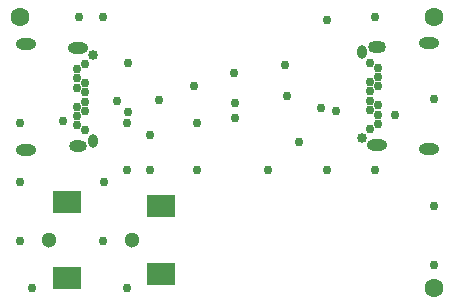
<source format=gbs>
G04*
G04 #@! TF.GenerationSoftware,Altium Limited,CircuitMaker,2.3.0 (3)*
G04*
G04 Layer_Color=8150272*
%FSLAX25Y25*%
%MOIN*%
G70*
G04*
G04 #@! TF.SameCoordinates,D5F01219-70E6-4597-8F9B-96EA77F89AD0*
G04*
G04*
G04 #@! TF.FilePolarity,Negative*
G04*
G01*
G75*
%ADD25C,0.06284*%
%ADD26C,0.02953*%
%ADD27O,0.06890X0.03740*%
%ADD28O,0.05905X0.04134*%
%ADD29C,0.03347*%
%ADD30O,0.03347X0.04528*%
%ADD31O,0.05905X0.03740*%
%ADD32C,0.05118*%
%ADD33R,0.09646X0.07677*%
D25*
X245669Y198425D02*
D03*
Y107874D02*
D03*
X107874Y198425D02*
D03*
D26*
X224449Y183031D02*
D03*
X227205Y181457D02*
D03*
Y178307D02*
D03*
X224449Y176732D02*
D03*
X227205Y175157D02*
D03*
X224449Y173583D02*
D03*
Y170433D02*
D03*
X227205Y168858D02*
D03*
X224449Y167283D02*
D03*
X227205Y165709D02*
D03*
Y162559D02*
D03*
X224449Y160984D02*
D03*
X129488Y160591D02*
D03*
X126732Y162165D02*
D03*
Y165315D02*
D03*
X129488Y166890D02*
D03*
X126732Y168465D02*
D03*
X129488Y170039D02*
D03*
Y173189D02*
D03*
X126732Y174764D02*
D03*
X129488Y176339D02*
D03*
X126732Y177913D02*
D03*
Y181063D02*
D03*
X129488Y182638D02*
D03*
X232677Y165748D02*
D03*
X122047Y163779D02*
D03*
X135827Y143307D02*
D03*
X140157Y170472D02*
D03*
X143701Y166693D02*
D03*
X208268Y168110D02*
D03*
X200787Y156693D02*
D03*
X179528Y164567D02*
D03*
X179134Y179528D02*
D03*
X179528Y169685D02*
D03*
X165748Y175197D02*
D03*
X135433Y123622D02*
D03*
X107874Y143307D02*
D03*
Y123622D02*
D03*
Y162992D02*
D03*
X166929D02*
D03*
X210236Y147244D02*
D03*
X225984D02*
D03*
X190551D02*
D03*
X166929D02*
D03*
X225984Y198425D02*
D03*
X245669Y170866D02*
D03*
Y135433D02*
D03*
Y115748D02*
D03*
X143307Y107874D02*
D03*
X111811D02*
D03*
X127559Y198425D02*
D03*
X135433D02*
D03*
X143307Y162992D02*
D03*
Y147244D02*
D03*
X196063Y182382D02*
D03*
X212992Y167087D02*
D03*
X151181Y159055D02*
D03*
Y147244D02*
D03*
X154035Y170571D02*
D03*
X143807Y182862D02*
D03*
X210236Y197244D02*
D03*
X196850Y172047D02*
D03*
D27*
X244094Y189685D02*
D03*
Y154331D02*
D03*
X226811Y155748D02*
D03*
X109843Y153937D02*
D03*
Y189291D02*
D03*
X127126Y187874D02*
D03*
D28*
X226811Y188268D02*
D03*
D29*
X221890Y157835D02*
D03*
X132047Y185787D02*
D03*
D30*
X221890Y186772D02*
D03*
X132047Y156850D02*
D03*
D31*
X127126Y155354D02*
D03*
D32*
X145079Y124016D02*
D03*
X117520D02*
D03*
D33*
X154921Y112598D02*
D03*
X123425Y111417D02*
D03*
X154921Y135433D02*
D03*
X123425Y136614D02*
D03*
M02*

</source>
